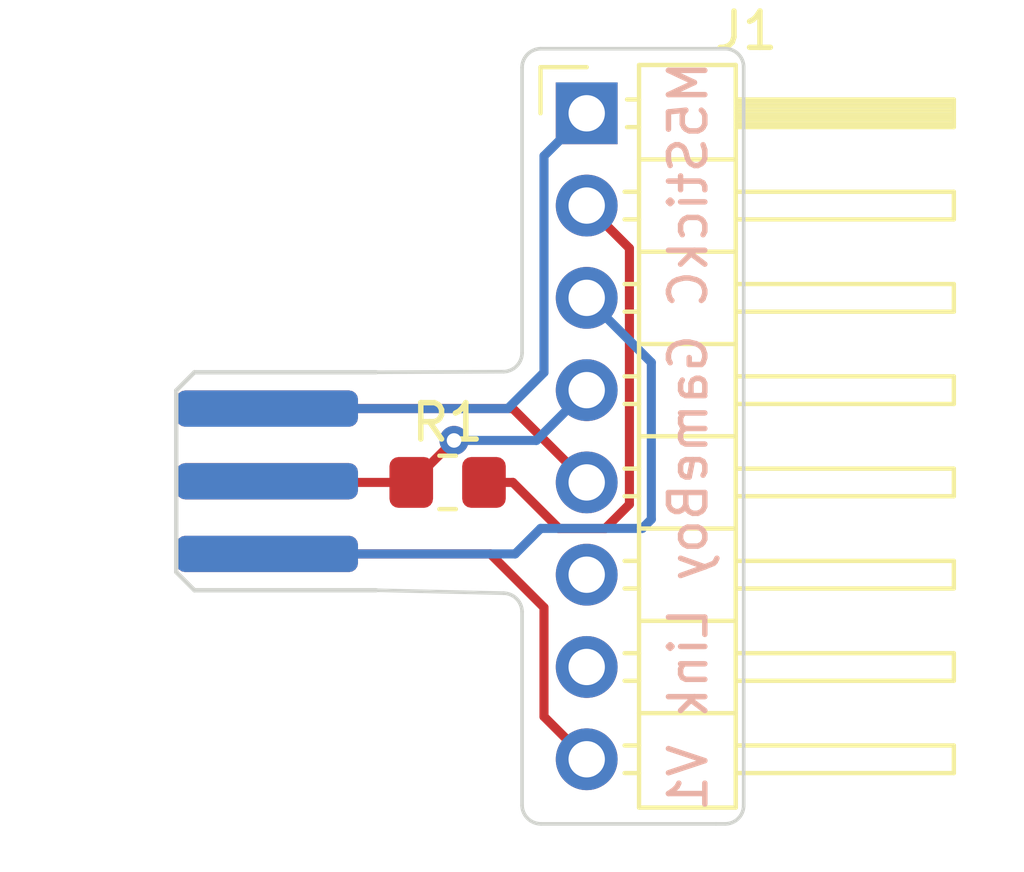
<source format=kicad_pcb>
(kicad_pcb (version 20211014) (generator pcbnew)
  (layers (0 "F.Cu" signal) (31 "B.Cu" signal) (34 "B.Paste" user) (35 "F.Paste" user) (36 "B.SilkS" user "B.Silkscreen") (37 "F.SilkS" user "F.Silkscreen") (38 "B.Mask" user) (39 "F.Mask" user) (44 "Edge.Cuts" user))
  (net 0 "")
  (net 1 "GND")
  (net 2 "Net-(J1-Pad2)")
  (net 3 "Sout")
  (net 4 "Sin")
  (net 5 "Sck")
  (net 8 "Vcc")
  (footprint "Connector_PinHeader_2.54mm:PinHeader_1x08_P2.54mm_Horizontal" (layer "F.Cu") (at 154.686 94.742)
    (fp_text reference "J1" (at 4.385 -2.27) (layer "F.SilkS"))
    (fp_text value "M5StickC Connector")
    (fp_line (start 4.1 0.16) (end 10.1 0.16) (layer "F.SilkS") (width 0.12))
    (fp_line (start 1.042929 15.62) (end 1.44 15.62) (layer "F.SilkS") (width 0.12))
    (fp_line (start 1.44 3.81) (end 4.1 3.81) (layer "F.SilkS") (width 0.12))
    (fp_line (start 10.1 14.86) (end 10.1 15.62) (layer "F.SilkS") (width 0.12))
    (fp_line (start 10.1 9.78) (end 10.1 10.54) (layer "F.SilkS") (width 0.12))
    (fp_line (start 1.042929 17.4) (end 1.44 17.4) (layer "F.SilkS") (width 0.12))
    (fp_line (start 1.042929 8) (end 1.44 8) (layer "F.SilkS") (width 0.12))
    (fp_line (start 1.44 16.51) (end 4.1 16.51) (layer "F.SilkS") (width 0.12))
    (fp_line (start 4.1 9.78) (end 10.1 9.78) (layer "F.SilkS") (width 0.12))
    (fp_line (start 1.042929 10.54) (end 1.44 10.54) (layer "F.SilkS") (width 0.12))
    (fp_line (start 1.042929 5.46) (end 1.44 5.46) (layer "F.SilkS") (width 0.12))
    (fp_line (start 1.042929 18.16) (end 1.44 18.16) (layer "F.SilkS") (width 0.12))
    (fp_line (start 10.1 8) (end 4.1 8) (layer "F.SilkS") (width 0.12))
    (fp_line (start 1.042929 13.08) (end 1.44 13.08) (layer "F.SilkS") (width 0.12))
    (fp_line (start 4.1 14.86) (end 10.1 14.86) (layer "F.SilkS") (width 0.12))
    (fp_line (start -1.27 -1.27) (end 0 -1.27) (layer "F.SilkS") (width 0.12))
    (fp_line (start 10.1 2.16) (end 10.1 2.92) (layer "F.SilkS") (width 0.12))
    (fp_line (start 4.1 19.11) (end 4.1 -1.33) (layer "F.SilkS") (width 0.12))
    (fp_line (start 4.1 17.4) (end 10.1 17.4) (layer "F.SilkS") (width 0.12))
    (fp_line (start 10.1 18.16) (end 4.1 18.16) (layer "F.SilkS") (width 0.12))
    (fp_line (start 1.44 6.35) (end 4.1 6.35) (layer "F.SilkS") (width 0.12))
    (fp_line (start 1.042929 4.7) (end 1.44 4.7) (layer "F.SilkS") (width 0.12))
    (fp_line (start 4.1 -0.32) (end 10.1 -0.32) (layer "F.SilkS") (width 0.12))
    (fp_line (start 10.1 13.08) (end 4.1 13.08) (layer "F.SilkS") (width 0.12))
    (fp_line (start 1.042929 14.86) (end 1.44 14.86) (layer "F.SilkS") (width 0.12))
    (fp_line (start 4.1 -0.08) (end 10.1 -0.08) (layer "F.SilkS") (width 0.12))
    (fp_line (start 4.1 -0.38) (end 10.1 -0.38) (layer "F.SilkS") (width 0.12))
    (fp_line (start 10.1 2.92) (end 4.1 2.92) (layer "F.SilkS") (width 0.12))
    (fp_line (start 1.44 8.89) (end 4.1 8.89) (layer "F.SilkS") (width 0.12))
    (fp_line (start 10.1 5.46) (end 4.1 5.46) (layer "F.SilkS") (width 0.12))
    (fp_line (start 1.042929 12.32) (end 1.44 12.32) (layer "F.SilkS") (width 0.12))
    (fp_line (start 4.1 -0.2) (end 10.1 -0.2) (layer "F.SilkS") (width 0.12))
    (fp_line (start 4.1 7.24) (end 10.1 7.24) (layer "F.SilkS") (width 0.12))
    (fp_line (start 4.1 2.16) (end 10.1 2.16) (layer "F.SilkS") (width 0.12))
    (fp_line (start 1.11 0.38) (end 1.44 0.38) (layer "F.SilkS") (width 0.12))
    (fp_line (start 10.1 -0.38) (end 10.1 0.38) (layer "F.SilkS") (width 0.12))
    (fp_line (start 10.1 4.7) (end 10.1 5.46) (layer "F.SilkS") (width 0.12))
    (fp_line (start 4.1 -1.33) (end 1.44 -1.33) (layer "F.SilkS") (width 0.12))
    (fp_line (start 4.1 12.32) (end 10.1 12.32) (layer "F.SilkS") (width 0.12))
    (fp_line (start 1.44 13.97) (end 4.1 13.97) (layer "F.SilkS") (width 0.12))
    (fp_line (start 10.1 10.54) (end 4.1 10.54) (layer "F.SilkS") (width 0.12))
    (fp_line (start 1.44 1.27) (end 4.1 1.27) (layer "F.SilkS") (width 0.12))
    (fp_line (start 10.1 15.62) (end 4.1 15.62) (layer "F.SilkS") (width 0.12))
    (fp_line (start 4.1 0.28) (end 10.1 0.28) (layer "F.SilkS") (width 0.12))
    (fp_line (start 1.042929 2.92) (end 1.44 2.92) (layer "F.SilkS") (width 0.12))
    (fp_line (start 1.44 -1.33) (end 1.44 19.11) (layer "F.SilkS") (width 0.12))
    (fp_line (start 1.44 11.43) (end 4.1 11.43) (layer "F.SilkS") (width 0.12))
    (fp_line (start 10.1 0.38) (end 4.1 0.38) (layer "F.SilkS") (width 0.12))
    (fp_line (start 1.11 -0.38) (end 1.44 -0.38) (layer "F.SilkS") (width 0.12))
    (fp_line (start 1.44 19.11) (end 4.1 19.11) (layer "F.SilkS") (width 0.12))
    (fp_line (start -1.27 0) (end -1.27 -1.27) (layer "F.SilkS") (width 0.12))
    (fp_line (start 10.1 7.24) (end 10.1 8) (layer "F.SilkS") (width 0.12))
    (fp_line (start 4.1 0.04) (end 10.1 0.04) (layer "F.SilkS") (width 0.12))
    (fp_line (start 4.1 4.7) (end 10.1 4.7) (layer "F.SilkS") (width 0.12))
    (fp_line (start 10.1 17.4) (end 10.1 18.16) (layer "F.SilkS") (width 0.12))
    (fp_line (start 1.042929 9.78) (end 1.44 9.78) (layer "F.SilkS") (width 0.12))
    (fp_line (start 10.1 12.32) (end 10.1 13.08) (layer "F.SilkS") (width 0.12))
    (fp_line (start 1.042929 7.24) (end 1.44 7.24) (layer "F.SilkS") (width 0.12))
    (fp_line (start 1.042929 2.16) (end 1.44 2.16) (layer "F.SilkS") (width 0.12))
    (pad "1" thru_hole rect (at 0 0) (size 1.7 1.7) (drill 1) (layers *.Cu *.Mask) (net 1 "GND"))
    (pad "2" thru_hole oval (at 0 2.54) (size 1.7 1.7) (drill 1) (layers *.Cu *.Mask) (net 2 "Net-(J1-Pad2)"))
    (pad "3" thru_hole oval (at 0 5.08) (size 1.7 1.7) (drill 1) (layers *.Cu *.Mask) (net 3 "Sout"))
    (pad "4" thru_hole oval (at 0 7.62) (size 1.7 1.7) (drill 1) (layers *.Cu *.Mask) (net 4 "Sin"))
    (pad "5" thru_hole oval (at 0 10.16) (size 1.7 1.7) (drill 1) (layers *.Cu *.Mask) (net 5 "Sck"))
    (pad "6" thru_hole oval (at 0 12.7) (size 1.7 1.7) (drill 1) (layers *.Cu *.Mask))
    (pad "7" thru_hole oval (at 0 15.24) (size 1.7 1.7) (drill 1) (layers *.Cu *.Mask))
    (pad "8" thru_hole oval (at 0 17.78) (size 1.7 1.7) (drill 1) (layers *.Cu *.Mask) (net 8 "Vcc"))
  )
  (footprint "GameBoy:GameBoy_Link_Edge" (layer "F.Cu") (at 143.395 102.37 -90)
    (fp_text reference "U1")
    (fp_text value "GameBoy_Link")
    (fp_line (start -0.5 -5.5) (end -0.5 -0.5) (layer "Edge.Cuts") (width 0.12))
    (fp_line (start 0 0) (end 5 0) (layer "Edge.Cuts") (width 0.12))
    (fp_line (start 5.5 -0.5) (end 5.5 -5.5) (layer "Edge.Cuts") (width 0.12))
    (fp_line (start -0.5 -0.5) (end 0 0) (layer "Edge.Cuts") (width 0.12))
    (fp_line (start 5 0) (end 5.5 -0.5) (layer "Edge.Cuts") (width 0.12))
    (pad "1" smd roundrect (at 4.5 -2.5 270) (size 1 5) (layers "F.Cu" "F.Paste" "F.Mask") (net 8 "Vcc"))
    (pad "2" smd roundrect (at 4.5 -2.5 270) (size 1 5) (layers "B.Cu" "B.Paste" "B.Mask") (net 3 "Sout"))
    (pad "3" smd roundrect (at 2.5 -2.5 270) (size 1 5) (layers "F.Cu" "F.Paste" "F.Mask") (net 4 "Sin"))
    (pad "4" smd roundrect (at 2.5 -2.5 270) (size 1 5) (layers "B.Cu" "B.Paste" "B.Mask"))
    (pad "5" smd roundrect (at 0.5 -2.5 270) (size 1 5) (layers "F.Cu" "F.Paste" "F.Mask") (net 5 "Sck"))
    (pad "6" smd roundrect (at 0.5 -2.5 270) (size 1 5) (layers "B.Cu" "B.Paste" "B.Mask") (net 1 "GND"))
  )
  (footprint "Resistor_SMD:R_0805_2012Metric_Pad1.20x1.40mm_HandSolder" (layer "F.Cu") (at 150.86 104.902)
    (fp_text reference "R1" (at 0 -1.65) (layer "F.SilkS"))
    (fp_text value "50k")
    (fp_line (start -0.227064 -0.735) (end 0.227064 -0.735) (layer "F.SilkS") (width 0.12))
    (fp_line (start -0.227064 0.735) (end 0.227064 0.735) (layer "F.SilkS") (width 0.12))
    (pad "1" smd roundrect (at -1 0) (size 1.2 1.4) (layers "F.Cu" "F.Paste" "F.Mask") (roundrect_rratio 0.208333) (net 4 "Sin"))
    (pad "2" smd roundrect (at 1 0) (size 1.2 1.4) (layers "F.Cu" "F.Paste" "F.Mask") (roundrect_rratio 0.208333) (net 2 "Net-(J1-Pad2)"))
  )
  (gr_arc (start 152.908 93.484764) (mid 153.056044 93.121068) (end 153.416004 92.964156) (layer "Edge.Cuts") (width 0.1))
  (gr_arc (start 152.908 101.333236) (mid 152.759956 101.696932) (end 152.399996 101.853844) (layer "Edge.Cuts") (width 0.1))
  (gr_line (start 152.4 107.95) (end 148.895 107.87) (layer "Edge.Cuts") (width 0.1))
  (gr_line (start 158.242 114.3) (end 158.496 114.3) (layer "Edge.Cuts") (width 0.1))
  (gr_arc (start 158.496 92.964) (mid 158.85521 93.11279) (end 159.004 93.472) (layer "Edge.Cuts") (width 0.1))
  (gr_arc (start 152.4 107.95) (mid 152.755582 108.102418) (end 152.908 108.458) (layer "Edge.Cuts") (width 0.1))
  (gr_line (start 152.908156 113.791996) (end 152.908 108.458) (layer "Edge.Cuts") (width 0.1))
  (gr_line (start 153.416004 92.964156) (end 158.242 92.964) (layer "Edge.Cuts") (width 0.1))
  (gr_line (start 152.908 101.333236) (end 152.908 93.484764) (layer "Edge.Cuts") (width 0.1))
  (gr_arc (start 153.428764 114.3) (mid 153.065068 114.151956) (end 152.908156 113.791996) (layer "Edge.Cuts") (width 0.1))
  (gr_line (start 159.004 93.472) (end 159.004 113.792) (layer "Edge.Cuts") (width 0.1))
  (gr_line (start 148.895 101.87) (end 152.399996 101.853844) (layer "Edge.Cuts") (width 0.1))
  (gr_arc (start 159.004 113.792) (mid 158.85521 114.15121) (end 158.496 114.3) (layer "Edge.Cuts") (width 0.1))
  (gr_line (start 158.496 92.964) (end 158.242 92.964) (layer "Edge.Cuts") (width 0.1))
  (gr_line (start 158.242 114.3) (end 153.428764 114.3) (layer "Edge.Cuts") (width 0.1))
  (gr_text "M5StickC GameBoy Link V1" (at 157.48 103.632 -270) (layer "B.SilkS") (effects (font (size 1 1)) (justify mirror)))
  (segment (start 152.516299 102.87) (end 147.165 102.87) (width 0.25) (layer "B.Cu") (net 1))
  (segment (start 153.511 95.917) (end 153.511 101.875299) (width 0.25) (layer "B.Cu") (net 1))
  (segment (start 154.686 94.742) (end 153.511 95.917) (width 0.25) (layer "B.Cu") (net 1))
  (segment (start 153.511 101.875299) (end 152.516299 102.87) (width 0.25) (layer "B.Cu") (net 1))
  (segment (start 155.861 98.457) (end 155.861 105.505) (width 0.25) (layer "F.Cu") (net 2))
  (segment (start 155.861 105.505) (end 155.194 106.172) (width 0.25) (layer "F.Cu") (net 2))
  (segment (start 154.686 97.282) (end 155.861 98.457) (width 0.25) (layer "F.Cu") (net 2))
  (segment (start 155.194 106.172) (end 153.924 106.172) (width 0.25) (layer "F.Cu") (net 2))
  (segment (start 152.654 104.902) (end 151.86 104.902) (width 0.25) (layer "F.Cu") (net 2))
  (segment (start 153.924 106.172) (end 152.654 104.902) (width 0.25) (layer "F.Cu") (net 2))
  (segment (start 156.464 105.918) (end 156.214278 106.167722) (width 0.25) (layer "B.Cu") (net 3))
  (segment (start 156.464 101.6) (end 156.464 105.918) (width 0.25) (layer "B.Cu") (net 3))
  (segment (start 154.686 99.822) (end 156.464 101.6) (width 0.25) (layer "B.Cu") (net 3))
  (segment (start 153.420278 106.167722) (end 152.718 106.87) (width 0.25) (layer "B.Cu") (net 3))
  (segment (start 156.214278 106.167722) (end 153.420278 106.167722) (width 0.25) (layer "B.Cu") (net 3))
  (segment (start 152.718 106.87) (end 147.165 106.87) (width 0.25) (layer "B.Cu") (net 3))
  (segment (start 145.927 104.902) (end 145.895 104.87) (width 0.25) (layer "F.Cu") (net 4))
  (segment (start 149.86 104.902) (end 145.927 104.902) (width 0.25) (layer "F.Cu") (net 4))
  (segment (start 149.86 104.902) (end 149.881194 104.902) (width 0.25) (layer "F.Cu") (net 4))
  (segment (start 149.881194 104.902) (end 151.036484 103.74671) (width 0.25) (layer "F.Cu") (net 4))
  (via (at 151.036484 103.74671) (size 0.8) (drill 0.4) (layers "F.Cu" "B.Cu") (net 4))
  (segment (start 151.036484 103.74671) (end 153.30129 103.74671) (width 0.25) (layer "B.Cu") (net 4))
  (segment (start 153.30129 103.74671) (end 154.686 102.362) (width 0.25) (layer "B.Cu") (net 4))
  (segment (start 154.686 104.902) (end 152.654 102.87) (width 0.25) (layer "F.Cu") (net 5))
  (segment (start 152.654 102.87) (end 147.165 102.87) (width 0.25) (layer "F.Cu") (net 5))
  (segment (start 152.036777 106.87) (end 147.165 106.87) (width 0.25) (layer "F.Cu") (net 8))
  (segment (start 153.511 108.344223) (end 152.036777 106.87) (width 0.25) (layer "F.Cu") (net 8))
  (segment (start 153.511 111.347) (end 153.511 108.344223) (width 0.25) (layer "F.Cu") (net 8))
  (segment (start 154.686 112.522) (end 153.511 111.347) (width 0.25) (layer "F.Cu") (net 8))
)
</source>
